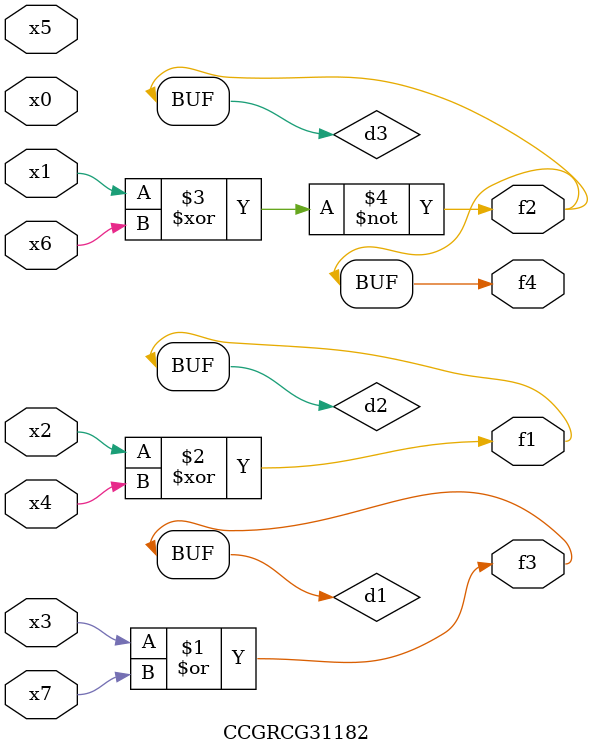
<source format=v>
module CCGRCG31182(
	input x0, x1, x2, x3, x4, x5, x6, x7,
	output f1, f2, f3, f4
);

	wire d1, d2, d3;

	or (d1, x3, x7);
	xor (d2, x2, x4);
	xnor (d3, x1, x6);
	assign f1 = d2;
	assign f2 = d3;
	assign f3 = d1;
	assign f4 = d3;
endmodule

</source>
